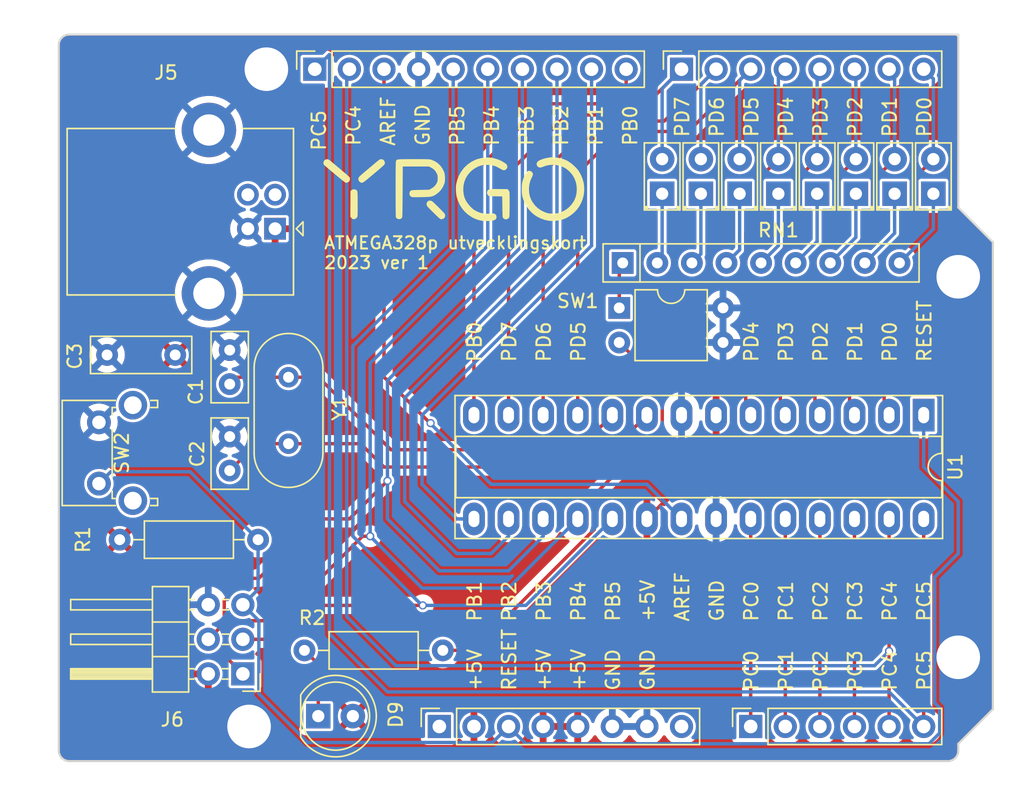
<source format=kicad_pcb>
(kicad_pcb (version 20221018) (generator pcbnew)
  (title_block (date "mar. 31 mars 2015"))
  (layers (0 "F.Cu" signal) (31 "B.Cu" signal) (34 "B.Paste" user) (35 "F.Paste" user) (36 "B.SilkS" user "B.Silkscreen") (37 "F.SilkS" user "F.Silkscreen") (38 "B.Mask" user) (39 "F.Mask" user) (44 "Edge.Cuts" user))
  (net 0 "")
  (net 1 "GND")
  (net 3 "+5V")
  (net 4 "Net-(U1-XTAL2{slash}PB7)")
  (net 5 "Net-(U1-XTAL1{slash}PB6)")
  (net 6 "PC5")
  (net 7 "PC4")
  (net 8 "AREF")
  (net 9 "SCK")
  (net 10 "MISO")
  (net 11 "MOSI")
  (net 12 "PB2")
  (net 13 "PB1")
  (net 14 "PB0")
  (net 15 "PC0")
  (net 16 "PC1")
  (net 17 "PC2")
  (net 18 "PC3")
  (net 19 "PD7")
  (net 20 "PD6")
  (net 21 "PD5")
  (net 22 "PD4")
  (net 23 "PD3")
  (net 24 "PD2")
  (net 25 "PD1")
  (net 26 "PD0")
  (net 29 "Reset")
  (net 31 "Net-(D1-K)")
  (net 32 "Net-(D2-K)")
  (net 33 "Net-(D3-K)")
  (net 34 "Net-(D4-K)")
  (net 35 "Net-(D5-K)")
  (net 36 "Net-(D6-K)")
  (net 37 "Net-(D7-K)")
  (net 38 "Net-(D8-K)")
  (net 39 "Net-(D9-K)")
  (net 40 "Net-(R2-Pad1)")
  (net 41 "Net-(RN1-common)")
  (footprint "Connector_PinSocket_2.54mm:PinSocket_1x08_P2.54mm_Vertical" (layer "F.Cu") (at 127.94 97.46 90)
    (fp_text reference "J1" hide)
    (fp_text value "Power")
    (pad "1" thru_hole rect locked (at 0 0 90) (size 1.7 1.7) (drill 1) (layers "*.Cu" "*.Mask"))
    (pad "2" thru_hole oval locked (at 0 2.54 90) (size 1.7 1.7) (drill 1) (layers "*.Cu" "*.Mask") (net 3 "+5V"))
    (pad "3" thru_hole oval locked (at 0 5.08 90) (size 1.7 1.7) (drill 1) (layers "*.Cu" "*.Mask") (net 29 "Reset"))
    (pad "4" thru_hole oval locked (at 0 7.62 90) (size 1.7 1.7) (drill 1) (layers "*.Cu" "*.Mask") (net 3 "+5V"))
    (pad "5" thru_hole oval locked (at 0 10.16 90) (size 1.7 1.7) (drill 1) (layers "*.Cu" "*.Mask") (net 3 "+5V"))
    (pad "6" thru_hole oval locked (at 0 12.7 90) (size 1.7 1.7) (drill 1) (layers "*.Cu" "*.Mask") (net 1 "GND"))
    (pad "7" thru_hole oval locked (at 0 15.24 90) (size 1.7 1.7) (drill 1) (layers "*.Cu" "*.Mask") (net 1 "GND"))
    (pad "8" thru_hole oval locked (at 0 17.78 90) (size 1.7 1.7) (drill 1) (layers "*.Cu" "*.Mask"))
  )
  (footprint "Connector_PinSocket_2.54mm:PinSocket_1x06_P2.54mm_Vertical" (layer "F.Cu") (at 150.8 97.46 90)
    (fp_text reference "J3" hide)
    (fp_text value "Analog")
    (pad "1" thru_hole rect locked (at 0 0 90) (size 1.7 1.7) (drill 1) (layers "*.Cu" "*.Mask") (net 15 "PC0"))
    (pad "2" thru_hole oval locked (at 0 2.54 90) (size 1.7 1.7) (drill 1) (layers "*.Cu" "*.Mask") (net 16 "PC1"))
    (pad "3" thru_hole oval locked (at 0 5.08 90) (size 1.7 1.7) (drill 1) (layers "*.Cu" "*.Mask") (net 17 "PC2"))
    (pad "4" thru_hole oval locked (at 0 7.62 90) (size 1.7 1.7) (drill 1) (layers "*.Cu" "*.Mask") (net 18 "PC3"))
    (pad "5" thru_hole oval locked (at 0 10.16 90) (size 1.7 1.7) (drill 1) (layers "*.Cu" "*.Mask") (net 7 "PC4"))
    (pad "6" thru_hole oval locked (at 0 12.7 90) (size 1.7 1.7) (drill 1) (layers "*.Cu" "*.Mask") (net 6 "PC5"))
  )
  (footprint "Connector_PinSocket_2.54mm:PinSocket_1x10_P2.54mm_Vertical" (layer "F.Cu") (at 118.796 49.2 90)
    (fp_text reference "J2" hide)
    (fp_text value "Digital/PWM")
    (pad "1" thru_hole rect locked (at 0 0 90) (size 1.7 1.7) (drill 1) (layers "*.Cu" "*.Mask") (net 6 "PC5"))
    (pad "2" thru_hole oval locked (at 0 2.54 90) (size 1.7 1.7) (drill 1) (layers "*.Cu" "*.Mask") (net 7 "PC4"))
    (pad "3" thru_hole oval locked (at 0 5.08 90) (size 1.7 1.7) (drill 1) (layers "*.Cu" "*.Mask") (net 8 "AREF"))
    (pad "4" thru_hole oval locked (at 0 7.62 90) (size 1.7 1.7) (drill 1) (layers "*.Cu" "*.Mask") (net 1 "GND"))
    (pad "5" thru_hole oval locked (at 0 10.16 90) (size 1.7 1.7) (drill 1) (layers "*.Cu" "*.Mask") (net 9 "SCK"))
    (pad "6" thru_hole oval locked (at 0 12.7 90) (size 1.7 1.7) (drill 1) (layers "*.Cu" "*.Mask") (net 10 "MISO"))
    (pad "7" thru_hole oval locked (at 0 15.24 90) (size 1.7 1.7) (drill 1) (layers "*.Cu" "*.Mask") (net 11 "MOSI"))
    (pad "8" thru_hole oval locked (at 0 17.78 90) (size 1.7 1.7) (drill 1) (layers "*.Cu" "*.Mask") (net 12 "PB2"))
    (pad "9" thru_hole oval locked (at 0 20.32 90) (size 1.7 1.7) (drill 1) (layers "*.Cu" "*.Mask") (net 13 "PB1"))
    (pad "10" thru_hole oval locked (at 0 22.86 90) (size 1.7 1.7) (drill 1) (layers "*.Cu" "*.Mask") (net 14 "PB0"))
  )
  (footprint "Connector_PinSocket_2.54mm:PinSocket_1x08_P2.54mm_Vertical" (layer "F.Cu") (at 145.72 49.2 90)
    (fp_text reference "J4" hide)
    (fp_text value "Digital/PWM")
    (pad "1" thru_hole rect locked (at 0 0 90) (size 1.7 1.7) (drill 1) (layers "*.Cu" "*.Mask") (net 19 "PD7"))
    (pad "2" thru_hole oval locked (at 0 2.54 90) (size 1.7 1.7) (drill 1) (layers "*.Cu" "*.Mask") (net 20 "PD6"))
    (pad "3" thru_hole oval locked (at 0 5.08 90) (size 1.7 1.7) (drill 1) (layers "*.Cu" "*.Mask") (net 21 "PD5"))
    (pad "4" thru_hole oval locked (at 0 7.62 90) (size 1.7 1.7) (drill 1) (layers "*.Cu" "*.Mask") (net 22 "PD4"))
    (pad "5" thru_hole oval locked (at 0 10.16 90) (size 1.7 1.7) (drill 1) (layers "*.Cu" "*.Mask") (net 23 "PD3"))
    (pad "6" thru_hole oval locked (at 0 12.7 90) (size 1.7 1.7) (drill 1) (layers "*.Cu" "*.Mask") (net 24 "PD2"))
    (pad "7" thru_hole oval locked (at 0 15.24 90) (size 1.7 1.7) (drill 1) (layers "*.Cu" "*.Mask") (net 25 "PD1"))
    (pad "8" thru_hole oval locked (at 0 17.78 90) (size 1.7 1.7) (drill 1) (layers "*.Cu" "*.Mask") (net 26 "PD0"))
  )
  (footprint "Library:DIP-28_W7.62mm_Socket_LongPads ovala hål" (layer "F.Cu") (at 163.5 74.6 -90)
    (fp_text reference "U1" (at 3.81 -2.33 -90) (layer "F.SilkS"))
    (fp_text value "ATmega328P-P")
    (pad "1" thru_hole rect (at 0 0 270) (size 2.4 1.6) (drill oval 1.2 0.8) (layers "*.Cu" "*.Mask") (net 29 "Reset"))
    (pad "2" thru_hole oval (at 0 2.54 270) (size 2.4 1.6) (drill oval 1.2 0.8) (layers "*.Cu" "*.Mask") (net 26 "PD0"))
    (pad "3" thru_hole oval (at 0 5.08 270) (size 2.4 1.6) (drill oval 1.2 0.8) (layers "*.Cu" "*.Mask") (net 25 "PD1"))
    (pad "4" thru_hole oval (at 0 7.62 270) (size 2.4 1.6) (drill oval 1.2 0.8) (layers "*.Cu" "*.Mask") (net 24 "PD2"))
    (pad "5" thru_hole oval (at 0 10.16 270) (size 2.4 1.6) (drill oval 1.2 0.8) (layers "*.Cu" "*.Mask") (net 23 "PD3"))
    (pad "6" thru_hole oval (at 0 12.7 270) (size 2.4 1.6) (drill oval 1.2 0.8) (layers "*.Cu" "*.Mask") (net 22 "PD4"))
    (pad "7" thru_hole oval (at 0 15.24 270) (size 2.4 1.6) (drill oval 1.2 0.8) (layers "*.Cu" "*.Mask") (net 3 "+5V"))
    (pad "8" thru_hole oval (at 0 17.78 270) (size 2.4 1.6) (drill oval 1.2 0.8) (layers "*.Cu" "*.Mask") (net 1 "GND"))
    (pad "9" thru_hole oval (at 0 20.32 270) (size 2.4 1.6) (drill oval 1.2 0.8) (layers "*.Cu" "*.Mask") (net 5 "Net-(U1-XTAL1{slash}PB6)"))
    (pad "10" thru_hole oval (at 0 22.86 270) (size 2.4 1.6) (drill oval 1.2 0.8) (layers "*.Cu" "*.Mask") (net 4 "Net-(U1-XTAL2{slash}PB7)"))
    (pad "11" thru_hole oval (at 0 25.4 270) (size 2.4 1.6) (drill oval 1.2 0.8) (layers "*.Cu" "*.Mask") (net 21 "PD5"))
    (pad "12" thru_hole oval (at 0 27.94 270) (size 2.4 1.6) (drill oval 1.2 0.8) (layers "*.Cu" "*.Mask") (net 20 "PD6"))
    (pad "13" thru_hole oval (at 0 30.48 270) (size 2.4 1.6) (drill oval 1.2 0.8) (layers "*.Cu" "*.Mask") (net 19 "PD7"))
    (pad "14" thru_hole oval (at 0 33.02 270) (size 2.4 1.6) (drill oval 1.2 0.8) (layers "*.Cu" "*.Mask") (net 14 "PB0"))
    (pad "15" thru_hole oval (at 7.62 33.02 270) (size 2.4 1.6) (drill oval 1.2 0.8) (layers "*.Cu" "*.Mask") (net 13 "PB1"))
    (pad "16" thru_hole oval (at 7.62 30.48 270) (size 2.4 1.6) (drill oval 1.2 0.8) (layers "*.Cu" "*.Mask") (net 12 "PB2"))
    (pad "17" thru_hole oval (at 7.62 27.94 270) (size 2.4 1.6) (drill oval 1.2 0.8) (layers "*.Cu" "*.Mask") (net 11 "MOSI"))
    (pad "18" thru_hole oval (at 7.62 25.4 270) (size 2.4 1.6) (drill oval 1.2 0.8) (layers "*.Cu" "*.Mask") (net 10 "MISO"))
    (pad "19" thru_hole oval (at 7.62 22.86 270) (size 2.4 1.6) (drill oval 1.2 0.8) (layers "*.Cu" "*.Mask") (net 9 "SCK"))
    (pad "20" thru_hole oval (at 7.62 20.32 270) (size 2.4 1.6) (drill oval 1.2 0.8) (layers "*.Cu" "*.Mask") (net 3 "+5V"))
    (pad "21" thru_hole oval (at 7.62 17.78 270) (size 2.4 1.6) (drill oval 1.2 0.8) (layers "*.Cu" "*.Mask") (net 8 "AREF"))
    (pad "22" thru_hole oval (at 7.62 15.24 270) (size 2.4 1.6) (drill oval 1.2 0.8) (layers "*.Cu" "*.Mask") (net 1 "GND"))
    (pad "23" thru_hole oval (at 7.62 12.7 270) (size 2.4 1.6) (drill oval 1.2 0.8) (layers "*.Cu" "*.Mask") (net 15 "PC0"))
    (pad "24" thru_hole oval (at 7.62 10.16 270) (size 2.4 1.6) (drill oval 1.2 0.8) (layers "*.Cu" "*.Mask") (net 16 "PC1"))
    (pad "25" thru_hole oval (at 7.62 7.62 270) (size 2.4 1.6) (drill oval 1.2 0.8) (layers "*.Cu" "*.Mask") (net 17 "PC2"))
    (pad "26" thru_hole oval (at 7.62 5.08 270) (size 2.4 1.6) (drill oval 1.2 0.8) (layers "*.Cu" "*.Mask") (net 18 "PC3"))
    (pad "27" thru_hole oval (at 7.62 2.54 270) (size 2.4 1.6) (drill oval 1.2 0.8) (layers "*.Cu" "*.Mask") (net 7 "PC4"))
    (pad "28" thru_hole oval (at 7.62 0 270) (size 2.4 1.6) (drill oval 1.2 0.8) (layers "*.Cu" "*.Mask") (net 6 "PC5"))
  )
  (footprint "Library:yrgo" (layer "F.Cu") (at 128.9052 58.0392)
    (fp_text reference "G***" hide)
    (fp_text value "LOGO" hide)
  )
  (footprint "Connector_PinHeader_2.54mm:PinHeader_2x03_P2.54mm_Horizontal" (layer "F.Cu") (at 113.5128 93.5992 180)
    (fp_text reference "J6" (at 5.1816 -3.3528) (layer "F.SilkS"))
    (fp_text value "ISP header")
    (pad "1" thru_hole rect (at 0 0 180) (size 1.7 1.7) (drill 1) (layers "*.Cu" "*.Mask") (net 10 "MISO"))
    (pad "2" thru_hole oval (at 2.54 0 180) (size 1.7 1.7) (drill 1) (layers "*.Cu" "*.Mask") (net 3 "+5V"))
    (pad "3" thru_hole oval (at 0 2.54 180) (size 1.7 1.7) (drill 1) (layers "*.Cu" "*.Mask") (net 9 "SCK"))
    (pad "4" thru_hole oval (at 2.54 2.54 180) (size 1.7 1.7) (drill 1) (layers "*.Cu" "*.Mask") (net 11 "MOSI"))
    (pad "5" thru_hole oval (at 0 5.08 180) (size 1.7 1.7) (drill 1) (layers "*.Cu" "*.Mask") (net 29 "Reset"))
    (pad "6" thru_hole oval (at 2.54 5.08 180) (size 1.7 1.7) (drill 1) (layers "*.Cu" "*.Mask") (net 1 "GND"))
  )
  (footprint "Library:LED_D2.0mm_W4.8mm_H2.5mm_FlatTop ändrad" (layer "F.Cu") (at 147.1424 58.344 90)
    (fp_text reference "D7" hide)
    (fp_text value "LED" hide)
    (pad "1" thru_hole rect (at 0 0 90) (size 1.8 1.8) (drill 0.9) (layers "*.Cu" "*.Mask") (net 37 "Net-(D7-K)"))
    (pad "2" thru_hole circle (at 2.54 0 90) (size 1.8 1.8) (drill 0.9) (layers "*.Cu" "*.Mask") (net 20 "PD6"))
  )
  (footprint "LED_THT:LED_D5.0mm" (layer "F.Cu") (at 119.05 96.698)
    (fp_text reference "D9" (at 5.6896 -0.1016 90) (layer "F.SilkS"))
    (fp_text value "POWER")
    (pad "1" thru_hole rect (at 0 0) (size 1.8 1.8) (drill 0.9) (layers "*.Cu" "*.Mask") (net 39 "Net-(D9-K)"))
    (pad "2" thru_hole circle (at 2.54 0) (size 1.8 1.8) (drill 0.9) (layers "*.Cu" "*.Mask") (net 3 "+5V"))
  )
  (footprint "Library:LED_D2.0mm_W4.8mm_H2.5mm_FlatTop ändrad" (layer "F.Cu") (at 161.3664 58.344 90)
    (fp_text reference "D2" hide)
    (fp_text value "LED" hide)
    (pad "1" thru_hole rect (at 0 0 90) (size 1.8 1.8) (drill 0.9) (layers "*.Cu" "*.Mask") (net 32 "Net-(D2-K)"))
    (pad "2" thru_hole circle (at 2.54 0 90) (size 1.8 1.8) (drill 0.9) (layers "*.Cu" "*.Mask") (net 25 "PD1"))
  )
  (footprint "Package_DIP:DIP-4_W7.62mm" (layer "F.Cu") (at 141.148 66.726)
    (fp_text reference "SW1" (at -3.048 -0.508) (layer "F.SilkS"))
    (fp_text value "SW_DIP_x02")
    (pad "1" thru_hole rect (at 0 0) (size 1.6 1.6) (drill 0.8) (layers "*.Cu" "*.Mask") (net 41 "Net-(RN1-common)"))
    (pad "2" thru_hole oval (at 0 2.54) (size 1.6 1.6) (drill 0.8) (layers "*.Cu" "*.Mask") (net 40 "Net-(R2-Pad1)"))
    (pad "3" thru_hole oval (at 7.62 2.54) (size 1.6 1.6) (drill 0.8) (layers "*.Cu" "*.Mask") (net 1 "GND"))
    (pad "4" thru_hole oval (at 7.62 0) (size 1.6 1.6) (drill 0.8) (layers "*.Cu" "*.Mask") (net 1 "GND"))
  )
  (footprint "Library:LED_D2.0mm_W4.8mm_H2.5mm_FlatTop ändrad" (layer "F.Cu") (at 164.2112 58.344 90)
    (fp_text reference "D1" hide)
    (fp_text value "LED" hide)
    (pad "1" thru_hole rect (at 0 0 90) (size 1.8 1.8) (drill 0.9) (layers "*.Cu" "*.Mask") (net 31 "Net-(D1-K)"))
    (pad "2" thru_hole circle (at 2.54 0 90) (size 1.8 1.8) (drill 0.9) (layers "*.Cu" "*.Mask") (net 26 "PD0"))
  )
  (footprint "Resistor_THT:R_Array_SIP9" (layer "F.Cu") (at 141.402 63.424)
    (fp_text reference "RN1" (at 11.43 -2.4) (layer "F.SilkS"))
    (fp_text value "R_Network08")
    (pad "1" thru_hole rect (at 0 0) (size 1.6 1.6) (drill 0.8) (layers "*.Cu" "*.Mask") (net 41 "Net-(RN1-common)"))
    (pad "2" thru_hole oval (at 2.54 0) (size 1.6 1.6) (drill 0.8) (layers "*.Cu" "*.Mask") (net 38 "Net-(D8-K)"))
    (pad "3" thru_hole oval (at 5.08 0) (size 1.6 1.6) (drill 0.8) (layers "*.Cu" "*.Mask") (net 37 "Net-(D7-K)"))
    (pad "4" thru_hole oval (at 7.62 0) (size 1.6 1.6) (drill 0.8) (layers "*.Cu" "*.Mask") (net 36 "Net-(D6-K)"))
    (pad "5" thru_hole oval (at 10.16 0) (size 1.6 1.6) (drill 0.8) (layers "*.Cu" "*.Mask") (net 35 "Net-(D5-K)"))
    (pad "6" thru_hole oval (at 12.7 0) (size 1.6 1.6) (drill 0.8) (layers "*.Cu" "*.Mask") (net 34 "Net-(D4-K)"))
    (pad "7" thru_hole oval (at 15.24 0) (size 1.6 1.6) (drill 0.8) (layers "*.Cu" "*.Mask") (net 33 "Net-(D3-K)"))
    (pad "8" thru_hole oval (at 17.78 0) (size 1.6 1.6) (drill 0.8) (layers "*.Cu" "*.Mask") (net 32 "Net-(D2-K)"))
    (pad "9" thru_hole oval (at 20.32 0) (size 1.6 1.6) (drill 0.8) (layers "*.Cu" "*.Mask") (net 31 "Net-(D1-K)"))
  )
  (footprint "Library:LED_D2.0mm_W4.8mm_H2.5mm_FlatTop ändrad" (layer "F.Cu") (at 155.6768 58.344 90)
    (fp_text reference "D4" hide)
    (fp_text value "LED" hide)
    (pad "1" thru_hole rect (at 0 0 90) (size 1.8 1.8) (drill 0.9) (layers "*.Cu" "*.Mask") (net 34 "Net-(D4-K)"))
    (pad "2" thru_hole circle (at 2.54 0 90) (size 1.8 1.8) (drill 0.9) (layers "*.Cu" "*.Mask") (net 23 "PD3"))
  )
  (footprint "Arduino_MountingHole:MountingHole_3.2mm" (layer "F.Cu") (at 115.24 49.2)
    (fp_text reference "MH1" hide)
    (fp_text value "MountingHole_3.2mm" hide)
    (pad "" np_thru_hole circle locked (at 0 0) (size 3.2 3.2) (drill 3.2) (layers "*.Cu" "*.Mask"))
  )
  (footprint "Capacitor_THT:C_Disc_D5.0mm_W2.5mm_P2.50mm" (layer "F.Cu") (at 112.5476 78.6748 90)
    (fp_text reference "C2" (at 1.2192 -2.3876 90) (layer "F.SilkS"))
    (fp_text value "22pF")
    (pad "1" thru_hole circle (at 0 0 90) (size 1.6 1.6) (drill 0.8) (layers "*.Cu" "*.Mask") (net 5 "Net-(U1-XTAL1{slash}PB6)"))
    (pad "2" thru_hole circle (at 2.5 0 90) (size 1.6 1.6) (drill 0.8) (layers "*.Cu" "*.Mask") (net 1 "GND"))
  )
  (footprint "Capacitor_THT:C_Rect_L7.2mm_W2.5mm_P5.00mm_FKS2_FKP2_MKS2_MKP2" (layer "F.Cu") (at 103.5452 70.1804)
    (fp_text reference "C3" (at -2.3768 0.1016 90) (layer "F.SilkS"))
    (fp_text value "100nF")
    (pad "1" thru_hole circle (at 0 0) (size 1.6 1.6) (drill 0.8) (layers "*.Cu" "*.Mask") (net 1 "GND"))
    (pad "2" thru_hole circle (at 5 0) (size 1.6 1.6) (drill 0.8) (layers "*.Cu" "*.Mask") (net 3 "+5V"))
  )
  (footprint "Library:LED_D2.0mm_W4.8mm_H2.5mm_FlatTop ändrad" (layer "F.Cu") (at 144.2976 58.344 90)
    (fp_text reference "D8" hide)
    (fp_text value "LED" hide)
    (pad "1" thru_hole rect (at 0 0 90) (size 1.8 1.8) (drill 0.9) (layers "*.Cu" "*.Mask") (net 38 "Net-(D8-K)"))
    (pad "2" thru_hole circle (at 2.54 0 90) (size 1.8 1.8) (drill 0.9) (layers "*.Cu" "*.Mask") (net 19 "PD7"))
  )
  (footprint "Connector_USB:USB_B_Lumberg_2411_02_Horizontal" (layer "F.Cu") (at 115.8807 60.9148 180)
    (fp_text reference "J5" (at 8.0067 11.4608) (layer "F.SilkS"))
    (fp_text value "USB_B")
    (pad "1" thru_hole rect (at 0 0 270) (size 1.6 1.6) (drill 0.95) (layers "*.Cu" "*.Mask") (net 3 "+5V"))
    (pad "2" thru_hole circle (at 0 2.5 270) (size 1.6 1.6) (drill 0.95) (layers "*.Cu" "*.Mask"))
    (pad "3" thru_hole circle (at 2 2.5 270) (size 1.6 1.6) (drill 0.95) (layers "*.Cu" "*.Mask"))
    (pad "4" thru_hole circle (at 2 0 270) (size 1.6 1.6) (drill 0.95) (layers "*.Cu" "*.Mask") (net 1 "GND"))
    (pad "5" thru_hole circle (at 4.86 -4.75 270) (size 4 4) (drill 2.3) (layers "*.Cu" "*.Mask") (net 1 "GND"))
    (pad "5" thru_hole circle (at 4.86 7.25 270) (size 4 4) (drill 2.3) (layers "*.Cu" "*.Mask") (net 1 "GND"))
  )
  (footprint "Crystal:Crystal_HC49-U_Vertical" (layer "F.Cu") (at 116.8656 76.6968 90)
    (fp_text reference "Y1" (at 2.594 3.7592 90) (layer "F.SilkS"))
    (fp_text value "16Mhz")
    (pad "1" thru_hole circle (at 0 0 90) (size 1.5 1.5) (drill 0.8) (layers "*.Cu" "*.Mask") (net 5 "Net-(U1-XTAL1{slash}PB6)"))
    (pad "2" thru_hole circle (at 4.88 0 90) (size 1.5 1.5) (drill 0.8) (layers "*.Cu" "*.Mask") (net 4 "Net-(U1-XTAL2{slash}PB7)"))
  )
  (footprint "Resistor_THT:R_Axial_DIN0207_L6.3mm_D2.5mm_P10.16mm_Horizontal" (layer "F.Cu") (at 104.4704 83.744)
    (fp_text reference "R1" (at -2.6924 0 -90) (layer "F.SilkS"))
    (fp_text value "10k")
    (pad "1" thru_hole circle (at 0 0) (size 1.6 1.6) (drill 0.8) (layers "*.Cu" "*.Mask") (net 3 "+5V"))
    (pad "2" thru_hole oval (at 10.16 0) (size 1.6 1.6) (drill 0.8) (layers "*.Cu" "*.Mask") (net 29 "Reset"))
  )
  (footprint "Library:LED_D2.0mm_W4.8mm_H2.5mm_FlatTop ändrad" (layer "F.Cu") (at 152.832 58.344 90)
    (fp_text reference "D5" hide)
    (fp_text value "LED" hide)
    (pad "1" thru_hole rect (at 0 0 90) (size 1.8 1.8) (drill 0.9) (layers "*.Cu" "*.Mask") (net 35 "Net-(D5-K)"))
    (pad "2" thru_hole circle (at 2.54 0 90) (size 1.8 1.8) (drill 0.9) (layers "*.Cu" "*.Mask") (net 22 "PD4"))
  )
  (footprint "Library:LED_D2.0mm_W4.8mm_H2.5mm_FlatTop ändrad" (layer "F.Cu") (at 149.9872 58.344 90)
    (fp_text reference "D6" hide)
    (fp_text value "LED" hide)
    (pad "1" thru_hole rect (at 0 0 90) (size 1.8 1.8) (drill 0.9) (layers "*.Cu" "*.Mask") (net 36 "Net-(D6-K)"))
    (pad "2" thru_hole circle (at 2.54 0 90) (size 1.8 1.8) (drill 0.9) (layers "*.Cu" "*.Mask") (net 21 "PD5"))
  )
  (footprint "Arduino_MountingHole:MountingHole_3.2mm" (layer "F.Cu") (at 113.97 97.46)
    (fp_text reference "MH2" hide)
    (fp_text value "MountingHole_3.2mm" hide)
    (pad "" np_thru_hole circle locked (at 0 0) (size 3.2 3.2) (drill 3.2) (layers "*.Cu" "*.Mask"))
  )
  (footprint "Arduino_MountingHole:MountingHole_3.2mm" (layer "F.Cu") (at 166.04 64.44)
    (fp_text reference "MH3" hide)
    (fp_text value "MountingHole_3.2mm" hide)
    (pad "" np_thru_hole circle locked (at 0 0) (size 3.2 3.2) (drill 3.2) (layers "*.Cu" "*.Mask"))
  )
  (footprint "Library:LED_D2.0mm_W4.8mm_H2.5mm_FlatTop ändrad" (layer "F.Cu") (at 158.5216 58.344 90)
    (fp_text reference "D3" hide)
    (fp_text value "LED" hide)
    (pad "1" thru_hole rect (at 0 0 90) (size 1.8 1.8) (drill 0.9) (layers "*.Cu" "*.Mask") (net 33 "Net-(D3-K)"))
    (pad "2" thru_hole circle (at 2.54 0 90) (size 1.8 1.8) (drill 0.9) (layers "*.Cu" "*.Mask") (net 24 "PD2"))
  )
  (footprint "Arduino_MountingHole:MountingHole_3.2mm" (layer "F.Cu") (at 166.04 92.38)
    (fp_text reference "MH4" hide)
    (fp_text value "MountingHole_3.2mm" hide)
    (pad "" np_thru_hole circle locked (at 0 0) (size 3.2 3.2) (drill 3.2) (layers "*.Cu" "*.Mask"))
  )
  (footprint "Capacitor_THT:C_Disc_D5.0mm_W2.5mm_P2.50mm" (layer "F.Cu") (at 112.5476 72.3248 90)
    (fp_text reference "C1" (at -0.5588 -2.4892 90) (layer "F.SilkS"))
    (fp_text value "22pF")
    (pad "1" thru_hole circle (at 0 0 90) (size 1.6 1.6) (drill 0.8) (layers "*.Cu" "*.Mask") (net 4 "Net-(U1-XTAL2{slash}PB7)"))
    (pad "2" thru_hole circle (at 2.5 0 90) (size 1.6 1.6) (drill 0.8) (layers "*.Cu" "*.Mask") (net 1 "GND"))
  )
  (footprint "Button_Switch_THT:SW_Tactile_SPST_Angled_PTS645Vx58-2LFS" (layer "F.Cu") (at 102.9464 79.6292 90)
    (fp_text reference "SW2" (at 2.25 1.68 90) (layer "F.SilkS"))
    (fp_text value "Reset switch")
    (pad "" thru_hole circle (at -1.25 2.49 90) (size 2.1 2.1) (drill 1.3) (layers "*.Cu" "*.Mask"))
    (pad "" thru_hole circle (at 5.76 2.49 90) (size 2.1 2.1) (drill 1.3) (layers "*.Cu" "*.Mask"))
    (pad "1" thru_hole circle (at 0 0 90) (size 1.75 1.75) (drill 0.99) (layers "*.Cu" "*.Mask") (net 29 "Reset"))
    (pad "2" thru_hole circle (at 4.5 0 90) (size 1.75 1.75) (drill 0.99) (layers "*.Cu" "*.Mask") (net 1 "GND"))
  )
  (footprint "Resistor_THT:R_Axial_DIN0207_L6.3mm_D2.5mm_P10.16mm_Horizontal" (layer "F.Cu") (at 128.194 91.872 180)
    (fp_text reference "R2" (at 9.6012 2.3876) (layer "F.SilkS"))
    (fp_text value "220")
    (pad "1" thru_hole circle (at 0 0 180) (size 1.6 1.6) (drill 0.8) (layers "*.Cu" "*.Mask") (net 40 "Net-(R2-Pad1)"))
    (pad "2" thru_hole oval (at 10.16 0 180) (size 1.6 1.6) (drill 0.8) (layers "*.Cu" "*.Mask") (net 39 "Net-(D9-K)"))
  )
  (gr_line (start 166.04 59.36) (end 168.58 61.9) (stroke (width 0.15)) (layer "Edge.Cuts"))
  (gr_line (start 100 99.238) (end 100 47.422) (stroke (width 0.15)) (layer "Edge.Cuts"))
  (gr_line (start 168.58 61.9) (end 168.58 96.19) (stroke (width 0.15)) (layer "Edge.Cuts"))
  (gr_line (start 165.278 100) (end 100.762 100) (stroke (width 0.15)) (layer "Edge.Cuts"))
  (gr_line (start 100.762 46.66) (end 166.04 46.66) (stroke (width 0.15)) (layer "Edge.Cuts"))
  (gr_arc (start 100.762 100) (mid 100.223185 99.776815) (end 100 99.238) (stroke (width 0.15)) (layer "Edge.Cuts"))
  (gr_line (start 168.58 96.19) (end 166.04 98.73) (stroke (width 0.15)) (layer "Edge.Cuts"))
  (gr_arc (start 166.04 99.238) (mid 165.816815 99.776815) (end 165.278 100) (stroke (width 0.15)) (layer "Edge.Cuts"))
  (gr_line (start 166.04 46.66) (end 166.04 59.36) (stroke (width 0.15)) (layer "Edge.Cuts"))
  (gr_line (start 166.04 98.73) (end 166.04 99.238) (stroke (width 0.15)) (layer "Edge.Cuts"))
  (gr_arc (start 100 47.422) (mid 100.223185 46.883185) (end 100.762 46.66) (stroke (width 0.15)) (layer "Edge.Cuts"))
  (gr_text "PC0" (at 151.435 94.92 90) (layer "F.SilkS") (effects (font (size 1 1)) (justify left bottom)))
  (gr_text "PC1" (at 153.975 94.92 90) (layer "F.SilkS") (effects (font (size 1 1)) (justify left bottom)))
  (gr_text "AREF" (at 146.355 89.84 90) (layer "F.SilkS") (effects (font (size 1 1)) (justify left bottom)))
  (gr_text "+5V" (at 138.735 94.92 90) (layer "F.SilkS") (effects (font (size 1 1)) (justify left bottom)))
  (gr_text "PC5" (at 164.135 94.92 90) (layer "F.SilkS") (effects (font (size 1 1)) (justify left bottom)))
  (gr_text "PD6" (at 136.195 70.79 90) (layer "F.SilkS") (effects (font (size 1 1)) (justify left bottom)))
  (gr_text "PB3" (at 134.925 54.915 90) (layer "F.SilkS") (effects (font (size 1 1)) (justify left bottom)))
  (gr_text "PD7" (at 133.655 70.79 90) (layer "F.SilkS") (effects (font (size 1 1)) (justify left bottom)))
  (gr_text "PC5" (at 164.135 89.84 90) (layer "F.SilkS") (effects (font (size 1 1)) (justify left bottom)))
  (gr_text "PC3" (at 159.055 94.92 90) (layer "F.SilkS") (effects (font (size 1 1)) (justify left bottom)))
  (gr_text "PC5" (at 119.685 55.2706 90) (layer "F.SilkS") (effects (font (size 1 1)) (justify left bottom)))
  (gr_text "PB2" (at 133.655 89.84 90) (layer "F.SilkS") (effects (font (size 1 1)) (justify left bottom)))
  (gr_text "PB3" (at 136.195 89.84 90) (layer "F.SilkS") (effects (font (size 1 1)) (justify left bottom)))
  (gr_text "PD3" (at 156.515 54.28 90) (layer "F.SilkS") (effects (font (size 1 1)) (justify left bottom)))
  (gr_text "PD3" (at 153.975 70.79 90) (layer "F.SilkS") (effects (font (size 1 1)) (justify left bottom)))
  (gr_text "PB5" (at 141.275 89.84 90) (layer "F.SilkS") (effects (font (size 1 1)) (justify left bottom)))
  (gr_text "PB5" (at 129.845 54.915 90) (layer "F.SilkS") (effects (font (size 1 1)) (justify left bottom)))
  (gr_text "+5V" (at 131.115 94.92 90) (layer "F.SilkS") (effects (font (size 1 1)) (justify left bottom)))
  (gr_text "PD1" (at 159.055 70.79 90) (layer "F.SilkS") (effects (font (size 1 1)) (justify left bottom)))
  (gr_text "PD5" (at 138.735 70.79 90) (layer "F.SilkS") (effects (font (size 1 1)) (justify left bottom)))
  (gr_text "PD7" (at 146.355 54.28 90) (layer "F.SilkS") (effects (font (size 1 1)) (justify left bottom)))
  (gr_text "ATMEGA328p utvecklingskort\n2023 ver 1" (at 119.4056 63.932) (layer "F.SilkS") (effects (font (size 0.9 0.9)) (justify left bottom)))
  (gr_text "AREF" (at 124.765 54.915 90) (layer "F.SilkS") (effects (font (size 1 1)) (justify left bottom)))
  (gr_text "PB1" (at 140.005 54.915 90) (layer "F.SilkS") (effects (font (size 1 1)) (justify left bottom)))
  (gr_text "GND" (at 141.275 94.92 90) (layer "F.SilkS") (effects (font (size 1 1)) (justify left bottom)))
  (gr_text "PD5" (at 151.435 54.28 90) (layer "F.SilkS") (effects (font (size 1 1)) (justify left bottom)))
  (gr_text "PC4" (at 161.595 94.92 90) (layer "F.SilkS") (effects (font (size 1 1)) (justify left bottom)))
  (gr_text "PB1" (at 131.115 89.84 90) (layer "F.SilkS") (effects (font (size 1 1)) (justify left bottom)))
  (gr_text "GND" (at 127.305 54.915 90) (layer "F.SilkS") (effects (font (size 1 1)) (justify left bottom)))
  (gr_text "+5V" (at 143.815 89.84 90) (layer "F.SilkS") (effects (font (size 1 1)) (justify left bottom)))
  (gr_text "PC2" (at 156.515 89.84 90) (layer "F.SilkS") (effects (font (size 1 1)) (justify left bottom)))
  (gr_text "PB4" (at 132.385 54.915 90) (layer "F.SilkS") (effects (font (size 1 1)) (justify left bottom)))
  (gr_text "PC2" (at 156.515 94.92 90) (layer "F.SilkS") (effects (font (size 1 1)) (justify left bottom)))
  (gr_text "PD4" (at 151.435 70.79 90) (layer "F.SilkS") (effects (font (size 1 1)) (justify left bottom)))
  (gr_text "PB0" (at 131.115 70.79 90) (layer "F.SilkS") (effects (font (size 1 1)) (justify left bottom)))
  (gr_text "PD0" (at 164.135 54.28 90) (layer "F.SilkS") (effects (font (size 1 1)) (justify left bottom)))
  (gr_text "PD6" (at 148.895 54.28 90) (layer "F.SilkS") (effects (font (size 1 1)) (justify left bottom)))
  (gr_text "+5V" (at 136.195 94.92 90) (layer "F.SilkS") (effects (font (size 1 1)) (justify left bottom)))
  (gr_text "PC1" (at 153.975 89.84 90) (layer "F.SilkS") (effects (font (size 1 1)) (justify left bottom)))
  (gr_text "PC3" (at 159.055 89.84 90) (layer "F.SilkS") (effects (font (size 1 1)) (justify left bottom)))
  (gr_text "PB0" (at 142.545 54.915 90) (layer "F.SilkS") (effects (font (size 1 1)) (justify left bottom)))
  (gr_text "PC4" (at 161.595 89.84 90) (layer "F.SilkS") (effects (font (size 1 1)) (justify left bottom)))
  (gr_text "PB4" (at 138.735 89.84 90) (layer "F.SilkS") (effects (font (size 1 1)) (justify left bottom)))
  (gr_text "PD0" (at 161.595 70.79 90) (layer "F.SilkS") (effects (font (size 1 1)) (justify left bottom)))
  (gr_text "PD4" (at 153.975 54.28 90) (layer "F.SilkS") (effects (font (size 1 1)) (justify left bottom)))
  (gr_text "PD2" (at 156.515 70.79 90) (layer "F.SilkS") (effects (font (size 1 1)) (justify left bottom)))
  (gr_text "RESET" (at 133.655 94.92 90) (layer "F.SilkS") (effects (font (size 1 1)) (justify left bottom)))
  (gr_text "PC4" (at 122.225 54.915 90) (layer "F.SilkS") (effects (font (size 1 1)) (justify left bottom)))
  (gr_text "PC0" (at 151.435 89.84 90) (layer "F.SilkS") (effects (font (size 1 1)) (justify left bottom)))
  (gr_text "RESET" (at 164.135 70.79 90) (layer "F.SilkS") (effects (font (size 1 1)) (justify left bottom)))
  (gr_text "PD1" (at 161.595 54.28 90) (layer "F.SilkS") (effects (font (size 1 1)) (justify left bottom)))
  (gr_text "PD2" (at 159.055 54.28 90) (layer "F.SilkS") (effects (font (size 1 1)) (justify left bottom)))
  (gr_text "GND" (at 143.815 94.92 90) (layer "F.SilkS") (effects (font (size 1 1)) (justify left bottom)))
  (gr_text "GND" (at 148.895 89.84 90) (layer "F.SilkS") (effects (font (size 1 1)) (justify left bottom)))
  (gr_text "PB2" (at 137.465 54.915 90) (layer "F.SilkS") (effects (font (size 1 1)) (justify left bottom)))
  (segment (start 143.18 97.46) (end 140.64 97.46) (width 0.25) (layer "B.Cu") (net 1))
  (segment (start 148.26 74.6) (end 148.26 77.14) (width 0.25) (layer "F.Cu") (net 3))
  (segment (start 148.26 77.14) (end 143.18 82.22) (width 0.25) (layer "F.Cu") (net 3))
  (segment (start 119.0608 71.8168) (end 124.384 77.14) (width 0.25) (layer "F.Cu") (net 4))
  (segment (start 116.8656 71.8168) (end 119.0608 71.8168) (width 0.25) (layer "F.Cu") (net 4))
  (segment (start 113.0556 71.8168) (end 112.5476 72.3248) (width 0.25) (layer "F.Cu") (net 4))
  (segment (start 116.8656 71.8168) (end 113.0556 71.8168) (width 0.25) (layer "F.Cu") (net 4))
  (segment (start 138.1 77.14) (end 140.64 74.6) (width 0.25) (layer "F.Cu") (net 4))
  (segment (start 124.384 77.14) (end 138.1 77.14) (width 0.25) (layer "F.Cu") (net 4))
  (segment (start 139.37 78.41) (end 143.18 74.6) (width 0.25) (layer "F.Cu") (net 5))
  (segment (start 116.8656 76.6968) (end 114.5256 76.6968) (width 0.25) (layer "F.Cu") (net 5))
  (segment (start 123.876 78.41) (end 139.37 78.41) (width 0.25) (layer "F.Cu") (net 5))
  (segment (start 114.5256 76.6968) (end 112.5476 78.6748) (width 0.25) (layer "F.Cu") (net 5))
  (segment (start 122.1628 76.6968) (end 123.876 78.41) (width 0.25) (layer "F.Cu") (net 5))
  (segment (start 116.8656 76.6968) (end 122.1628 76.6968) (width 0.25) (layer "F.Cu") (net 5))
  (segment (start 163.5 97.46) (end 163.5 82.22) (width 0.25) (layer "F.Cu") (net 6))
  (segment (start 118.796 49.2) (end 119.87 48.126) (width 0.25) (layer "B.Cu") (net 6))
  (segment (start 119.87 48.126) (end 119.87 90.66) (width 0.25) (layer "B.Cu") (net 6))
  (segment (start 163.5 97.46) (end 160.96 94.92) (width 0.25) (layer "B.Cu") (net 6))
  (segment (start 160.96 94.92) (end 124.13 94.92) (width 0.25) (layer "B.Cu") (net 6))
  (segment (start 119.87 90.66) (end 124.13 94.92) (width 0.25) (layer "B.Cu") (net 6))
  (segment (start 160.96 91.9228) (end 160.96 82.22) (width 0.25) (layer "F.Cu") (net 7))
  (segment (start 160.96 97.46) (end 160.96 91.9228) (width 0.25) (layer "F.Cu") (net 7))
  (via (at 160.96 91.9228) (size 0.6) (drill 0.4) (layers "F.Cu" "B.Cu") (net 7))
  (segment (start 121.14 89.39) (end 124.747 92.997) (width 0.25) (layer "B.Cu") (net 7))
  (segment (start 124.747 92.997) (end 159.8858 92.997) (width 0.25) (layer "B.Cu") (net 7))
  (segment (start 121.14 49.396) (end 121.14 89.39) (width 0.25) (layer "B.Cu") (net 7))
  (segment (start 159.8858 92.997) (end 160.96 91.9228) (width 0.25) (layer "B.Cu") (net 7))
  (segment (start 121.336 49.2) (end 121.14 49.396) (width 0.25) (layer "B.Cu") (net 7))
  (segment (start 127.2542 75.1842) (end 123.876 71.806) (width 0.25) (layer "F.Cu") (net 8))
  (segment (start 123.876 71.806) (end 123.876 49.2) (width 0.25) (layer "F.Cu") (net 8))
  (segment (start 127.2945 75.1842) (end 127.2542 75.1842) (width 0.25) (layer "F.Cu") (net 8))
  (via (at 127.2945 75.1842) (size 0.6) (drill 0.4) (layers "F.Cu" "B.Cu") (net 8))
  (segment (start 143.18 79.68) (end 145.72 82.22) (width 0.25) (layer "B.Cu") (net 8))
  (segment (start 127.2945 75.2245) (end 131.75 79.68) (width 0.25) (layer "B.Cu") (net 8))
  (segment (start 127.2945 75.1842) (end 127.2945 75.2245) (width 0.25) (layer "B.Cu") (net 8))
  (segment (start 131.75 79.68) (end 143.18 79.68) (width 0.25) (layer "B.Cu") (net 8))
  (segment (start 113.5128 91.0592) (end 115.5956 91.0592) (width 0.25) (layer "F.Cu") (net 9))
  (segment (start 118.0848 88.57) (end 126.7208 88.57) (width 0.25) (layer "F.Cu") (net 9))
  (segment (start 115.5956 91.0592) (end 118.0848 88.57) (width 0.25) (layer "F.Cu") (net 9))
  (via (at 126.7208 88.57) (size 0.6) (drill 0.4) (layers "F.Cu" "B.Cu") (net 9))
  (segment (start 126.67 88.57) (end 126.7208 88.57) (width 0.25) (layer "B.Cu") (net 9))
  (segment (start 128.956 49.2) (end 128.956 62.154) (width 0.25) (layer "B.Cu") (net 9))
  (segment (start 128.956 62.154) (end 121.59 69.52) (width 0.25) (layer "B.Cu") (net 9))
  (segment (start 121.59 69.52) (end 121.59 83.49) (width 0.25) (layer "B.Cu") (net 9))
  (segment (start 126.7208 88.57) (end 134.29 88.57) (width 0.25) (layer "B.Cu") (net 9))
  (segment (start 121.59 83.49) (end 126.67 88.57) (width 0.25) (layer "B.Cu") (net 9))
  (segment (start 134.29 88.57) (end 140.64 82.22) (width 0.25) (layer "B.Cu") (net 9))
  (segment (start 113.216099 89.6942) (end 116.097 89.6942) (width 0.25) (layer "F.Cu") (net 10))
  (segment (start 116.097 89.6942) (end 122.3012 83.49) (width 0.25) (layer "F.Cu") (net 10))
  (segment (start 112.1478 92.2342) (end 112.1478 90.762499) (width 0.25) (layer "F.Cu") (net 10))
  (segment (start 112.1478 90.762499) (end 113.216099 89.6942) (width 0.25) (layer "F.Cu") (net 10))
  (segment (start 113.5128 93.5992) (end 112.1478 92.2342) (width 0.25) (layer "F.Cu") (net 10))
  (segment (start 122.3012 83.49) (end 122.86 83.49) (width 0.25) (layer "F.Cu") (net 10))
  (via (at 122.86 83.49) (size 0.6) (drill 0.4) (layers "F.Cu" "B.Cu") (net 10))
  (segment (start 122.86 83.49) (end 126.67 87.3) (width 0.25) (layer "B.Cu") (net 10))
  (segment (start 122.86 70.79) (end 131.496 62.154) (width 0.25) (layer "B.Cu") (net 10))
  (segment (start 126.67 87.3) (end 133.02 87.3) (width 0.25) (layer "B.Cu") (net 10))
  (segment (start 131.496 62.154) (end 131.496 49.2) (width 0.25) (layer "B.Cu") (net 10))
  (segment (start 122.86 83.49) (end 122.86 70.79) (width 0.25) (layer "B.Cu") (net 10))
  (segment (start 133.02 87.3) (end 138.1 82.22) (width 0.25) (layer "B.Cu") (net 10))
  (segment (start 119.05 82.22) (end 114.6878 86.5822) (width 0.25) (layer "F.Cu") (net 11))
  (segment (start 121.336 82.22) (end 119.05 82.22) (width 0.25) (layer "F.Cu") (net 11))
  (segment (start 124.13 79.426) (end 121.336 82.22) (width 0.25) (layer "F.Cu") (net 11))
  (segment (start 114.6878 86.5822) (end 113.788099 86.5822) (width 0.25) (layer "F.Cu") (net 11))
  (segment (start 112.1478 88.222499) (end 112.1478 89.8842) (width 0.25) (layer "F.Cu") (net 11))
  (segment (start 113.788099 86.5822) (end 112.1478 88.222499) (width 0.25) (layer "F.Cu") (net 11))
  (segment (start 112.1478 89.8842) (end 110.9728 91.0592) (width 0.25) (layer "F.Cu") (net 11))
  (via (at 124.13 79.426) (size 0.6) (drill 0.4) (layers "F.Cu" "B.Cu") (net 11))
  (segment (start 134.036 62.154) (end 134.036 49.2) (width 0.25) (layer "B.Cu") (net 11))
  (segment (start 133.02 86.03) (end 135.56 83.49) (width 0.25) (layer "B.Cu") (net 11))
  (segment (start 135.56 83.49) (end 135.56 82.22) (width 0.25) (layer "B.Cu") (net 11))
  (segment (start 124.13 79.426) (end 124.13 82.22) (width 0.25) (layer "B.Cu") (net 11))
  (segment (start 127.94 86.03) (end 133.02 86.03) (width 0.25) (layer "B.Cu") (net 11))
  (segment (start 124.13 72.06) (end 134.036 62.154) (width 0.25) (layer "B.Cu") (net 11))
  (segment (start 124.13 79.426) (end 124.13 72.06) (width 0.25) (layer "B.Cu") (net 11))
  (segment (start 124.13 82.22) (end 127.94 86.03) (width 0.25) (layer "B.Cu") (net 11))
  (segment (start 136.576 62.154) (end 125.4 73.33) (width 0.25) (layer "B.Cu") (net 12))
  (segment (start 136.576 49.2) (end 136.576 62.154) (width 0.25) (layer "B.Cu") (net 12))
  (segment (start 125.4 73.33) (end 125.4 80.95) (width 0.25) (layer "B.Cu") (net 12))
  (segment (start 129.21 84.76) (end 131.75 84.76) (width 0.25) (layer "B.Cu") (net 12))
  (segment (start 133.02 83.49) (end 133.02 82.22) (width 0.25) (layer "B.Cu") (net 12))
  (segment (start 125.4 80.95) (end 129.21 84.76) (width 0.25) (layer "B.Cu") (net 12))
  (segment (start 131.75 84.76) (end 133.02 83.49) (width 0.25) (layer "B.Cu") (net 12))
  (segment (start 129.21 82.22) (end 130.48 82.22) (width 0.25) (layer "B.Cu") (net 13))
  (segment (start 126.67 79.68) (end 129.21 82.22) (width 0.25) (layer "B.Cu") (net 13))
  (segment (start 139.116 62.154) (end 126.67 74.6) (width 0.25) (layer "B.Cu") (net 13))
  (segment (start 126.67 74.6) (end 126.67 79.68) (width 0.25) (layer "B.Cu") (net 13))
  (segment (start 139.116 49.2) (end 139.116 62.154) (width 0.25) (layer "B.Cu") (net 13))
  (segment (start 140.64 51.74) (end 135.56 51.74) (width 0.25) (layer "F.Cu") (net 14))
  (segment (start 130.48 56.82) (end 130.48 74.6) (width 0.25) (layer "F.Cu") (net 14))
  (segment (start 141.656 49.2) (end 141.656 50.724) (width 0.25) (layer "F.Cu") (net 14))
  (segment (start 141.656 50.724) (end 140.64 51.74) (width 0.25) (layer "F.Cu") (net 14))
  (segment (start 135.56 51.74) (end 130.48 56.82) (width 0.25) (layer "F.Cu") (net 14))
  (segment (start 150.8 97.46) (end 150.8 82.22) (width 0.25) (layer "F.Cu") (net 15))
  (segment (start 153.34 97.46) (end 153.34 82.22) (width 0.25) (layer "F.Cu") (net 16))
  (segment (start 155.88 97.46) (end 155.88 82.22) (width 0.25) (layer "F.Cu") (net 17))
  (segment (start 158.42 97.46) (end 158.42 82.22) (width 0.25) (layer "F.Cu") (net 18))
  (segment (start 133.02 74.6) (end 133.02 56.82) (width 0.25) (layer "F.Cu") (net 19))
  (segment (start 137.28 52.56) (end 142.36 52.56) (width 0.25) (layer "F.Cu") (net 19))
  (segment (start 133.02 56.82) (end 137.28 52.56) (width 0.25) (layer "F.Cu") (net 19))
  (segment (start 142.36 52.56) (end 145.72 49.2) (width 0.25) (layer "F.Cu") (net 19))
  (segment (start 144.2976 55.804) (end 144.2976 50.6224) (width 0.25) (layer "B.Cu") (net 19))
  (segment (start 144.2976 50.6224) (end 145.72 49.2) (width 0.25) (layer "B.Cu") (net 19))
  (segment (start 139.624 54.28) (end 140.894 53.01) (width 0.25) (layer "F.Cu") (net 20))
  (segment (start 140.894 53.01) (end 144.45 53.01) (width 0.25) (layer "F.Cu") (net 20))
  (segment (start 138.1 54.28) (end 139.624 54.28) (width 0.25) (layer "F.Cu") (net 20))
  (segment (start 138.1 54.28) (end 135.56 56.82) (width 0.25) (layer "F.Cu") (net 20))
  (segment (start 135.56 56.82) (end 135.56 74.6) (width 0.25) (layer "F.Cu") (net 20))
  (segment (start 144.45 53.01) (end 148.26 49.2) (width 0.25) (layer "F.Cu") (net 20))
  (segment (start 147.1424 50.3176) (end 148.26 49.2) (width 0.25) (layer "B.Cu") (net 20))
  (segment (start 147.1424 55.804) (end 147.1424 50.3176) (width 0.25) (layer "B.Cu") (net 20))
  (segment (start 141.148 53.772) (end 146.228 53.772) (width 0.25) (layer "F.Cu") (net 21))
  (segment (start 146.228 53.772) (end 150.8 49.2) (width 0.25) (layer "F.Cu") (net 21))
  (segment (start 138.1 56.82) (end 141.148 53.772) (width 0.25) (layer "F.Cu") (net 21))
  (segment (start 138.1 74.6) (end 138.1 56.82) (width 0.25) (layer "F.Cu") (net 21))
  (segment (start 149.9872 55.804) (end 149.9872 50.0128) (width 0.25) (layer "B.Cu") (net 21))
  (segment (start 149.9872 50.0128) (end 150.8 49.2) (width 0.25) (layer "B.Cu") (net 21))
  (segment (start 151.353 57.283) (end 152.832 55.804) (width 0.25) (layer "F.Cu") (net 22))
  (segment (start 150.437 74.237) (end 150.437 61.202) (width 0.25) (layer "F.Cu") (net 22))
  (segment (start 150.8 74.6) (end 150.437 74.237) (width 0.25) (layer "F.Cu") (net 22))
  (segment (start 151.353 60.286) (end 151.353 57.283) (width 0.25) (layer "F.Cu") (net 22))
  (segment (start 150.437 61.202) (end 151.353 60.286) (width 0.25) (layer "F.Cu") (net 22))
  (segment (start 152.832 55.804) (end 152.832 49.708) (width 0.25) (layer "B.Cu") (net 22))
  (segment (start 152.977 62.771) (end 154.147 61.601) (width 0.25) (layer "F.Cu") (net 23))
  (segment (start 154.147 57.3338) (end 155.6768 55.804) (width 0.25) (layer "F.Cu") (net 23))
  (segment (start 152.977 74.237) (end 152.977 62.771) (width 0.25) (layer "F.Cu") (net 23))
  (segment (start 153.34 74.6) (end 152.977 74.237) (width 0.25) (layer "F.Cu") (net 23))
  (segment (start 154.147 61.601) (end 154.147 57.3338) (width 0.25) (layer "F.Cu") (net 23))
  (segment (start 155.6768 55.804) (end 155.6768 49.4032) (width 0.25) (layer "B.Cu") (net 23))
  (segment (start 155.88 74.6) (end 155.517 74.237) (width 0.25) (layer "F.Cu") (net 24))
  (segment (start 155.517 74.237) (end 155.517 62.771) (width 0.25) (layer "F.Cu") (net 24))
  (segment (start 156.941 57.3846) (end 158.5216 55.804) (width 0.25) (layer "F.Cu") (net 24))
  (segment (start 156.941 61.347) (end 156.941 57.3846) (width 0.25) (layer "F.Cu") (net 24))
  (segment (start 155.517 62.771) (end 156.941 61.347) (width 0.25) (layer "F.Cu") (net 24))
  (segment (start 158.5216 55.804) (end 158.5216 49.3016) (width 0.25) (layer "B.Cu") (net 24))
  (segment (start 158.057 62.958009) (end 159.7466 61.268409) (width 0.25) (layer "F.Cu") (net 25))
  (segment (start 159.7466 61.268409) (end 159.7466 57.4238) (width 0.25) (layer "F.Cu") (net 25))
  (segment (start 159.7466 57.4238) (end 161.3664 55.804) (width 0.25) (layer "F.Cu") (net 25))
  (segment (start 158.42 74.6) (end 158.057 74.237) (width 0.25) (layer "F.Cu") (net 25))
  (segment (start 158.42 74.6) (end 157.982 74.162) (width 0.4) (layer "F.Cu") (net 25))
  (segment (start 158.057 74.237) (end 158.057 62.958009) (width 0.25) (layer "F.Cu") (net 25))
  (segment (start 161.3664 49.6064) (end 160.96 49.2) (width 0.25) (layer "B.Cu") (net 25))
  (segment (start 161.3664 55.804) (end 161.3664 49.6064) (width 0.25) (layer "B.Cu") (net 25))
  (segment (start 160.597 62.771) (end 162.9862 60.3818) (width 0.25) (layer "F.Cu") (net 26))
  (segment (start 162.9862 60.3818) (end 162.9862 57.029) (width 0.25) (layer "F.Cu") (net 26))
  (segment (start 160.597 74.237) (end 160.597 62.771) (width 0.25) (layer "F.Cu") (net 26))
  (segment (start 160.96 74.6) (end 160.597 74.237) (width 0.25) (layer "F.Cu") (net 26))
  (segment (start 162.9862 57.029) (end 164.2112 55.804) (width 0.25) (layer "F.Cu") (net 26))
  (segment (start 164.2112 55.804) (end 164.2112 49.9112) (width 0.25) (layer "B.Cu") (net 26))
  (segment (start 164.2112 49.9112) (end 163.5 49.2) (width 0.25) (layer "B.Cu") (net 26))
  (segment (start 114.6304 83.744) (end 114.6304 87.4016) (width 0.25) (layer "B.Cu") (net 29))
  (segment (start 163.5 78.41) (end 166.04 80.95) (width 0.25) (layer "B.Cu") (net 29))
  (segment (start 114.6878 89.6942) (end 113.5128 88.5192) (width 0.25) (layer "B.Cu") (net 29))
  (segment (start 164.675 96.095) (end 164.675 97.946701) (width 0.25) (layer "B.Cu") (net 29))
  (segment (start 166.04 84.76) (end 164.315 86.485) (width 0.25) (layer "B.Cu") (net 29))
  (segment (start 164.315 95.735) (end 164.675 96.095) (width 0.25) (layer "B.Cu") (net 29))
  (segment (start 134.29 98.73) (end 133.02 97.46) (width 0.25) (layer "B.Cu") (net 29))
  (segment (start 118.27 98.635) (end 114.6878 95.0528) (width 0.25) (layer "B.Cu") (net 29))
  (segment (start 163.891701 98.73) (end 134.29 98.73) (width 0.25) (layer "B.Cu") (net 29))
  (segment (start 114.6304 87.4016) (end 113.5128 88.5192) (width 0.25) (layer "B.Cu") (net 29))
  (segment (start 166.04 80.95) (end 166.04 84.76) (width 0.25) (layer "B.Cu") (net 29))
  (segment (start 133.02 97.46) (end 131.845 98.635) (width 0.25) (layer "B.Cu") (net 29))
  (segment (start 103.821399 78.754201) (end 109.640601 78.754201) (width 0.25) (layer "B.Cu") (net 29))
  (segment (start 114.6878 95.0528) (end 114.6878 89.6942) (width 0.25) (layer "B.Cu") (net 29))
  (segment (start 131.845 98.635) (end 118.27 98.635) (width 0.25) (layer "B.Cu") (net 29))
  (segment (start 109.640601 78.754201) (end 114.6304 83.744) (width 0.25) (layer "B.Cu") (net 29))
  (segment (start 164.675 97.946701) (end 163.891701 98.73) (width 0.25) (layer "B.Cu") (net 29))
  (segment (start 164.315 86.485) (end 164.315 95.735) (width 0.25) (layer "B.Cu") (net 29))
  (segment (start 102.9464 79.6292) (end 103.821399 78.754201) (width 0.25) (layer "B.Cu") (net 29))
  (segment (start 163.5 78.41) (end 163.5 74.6) (width 0.25) (layer "B.Cu") (net 29))
  (segment (start 164.2112 58.344) (end 164.2112 60.9348) (width 0.25) (layer "B.Cu") (net 31))
  (segment (start 164.2112 60.9348) (end 161.722 63.424) (width 0.25) (layer "B.Cu") (net 31))
  (segment (start 161.3664 61.2396) (end 159.182 63.424) (width 0.25) (layer "B.Cu") (net 32))
  (segment (start 161.3664 58.344) (end 161.3664 61.2396) (width 0.25) (layer "B.Cu") (net 32))
  (segment (start 158.5216 58.344) (end 158.5216 61.5444) (width 0.25) (layer "B.Cu") (net 33))
  (segment (start 158.5216 61.5444) (end 156.642 63.424) (width 0.25) (layer "B.Cu") (net 33))
  (segment (start 155.6768 58.344) (end 155.6768 61.8492) (width 0.25) (layer "B.Cu") (net 34))
  (segment (start 155.6768 61.8492) (end 154.102 63.424) (width 0.25) (layer "B.Cu") (net 34))
  (segment (start 152.832 58.344) (end 152.832 62.154) (width 0.25) (layer "B.Cu") (net 35))
  (segment (start 152.832 62.154) (end 151.562 63.424) (width 0.25) (layer "B.Cu") (net 35))
  (segment (start 149.9872 58.344) (end 149.9872 62.4588) (width 0.25) (layer "B.Cu") (net 36))
  (segment (start 149.9872 62.4588) (end 149.022 63.424) (width 0.25) (layer "B.Cu") (net 36))
  (segment (start 147.1424 58.344) (end 147.1424 62.7636) (width 0.25) (layer "B.Cu") (net 37))
  (segment (start 147.1424 62.7636) (end 146.482 63.424) (width 0.25) (layer "B.Cu") (net 37))
  (segment (start 144.2976 58.344) (end 144.2976 63.0684) (width 0.25) (layer "B.Cu") (net 38))
  (segment (start 144.2976 63.0684) (end 143.942 63.424) (width 0.25) (layer "B.Cu") (net 38))
  (segment (start 119.05 92.888) (end 118.034 91.872) (width 0.25) (layer "F.Cu") (net 39))
  (segment (start 119.05 96.698) (end 119.05 92.888) (width 0.25) (layer "F.Cu") (net 39))
  (segment (start 144.305 72.423) (end 141.148 69.266) (width 0.25) (layer "F.Cu") (net 40))
  (segment (start 139.3192 80.45179) (end 144.305 75.46599) (width 0.25) (layer "F.Cu") (net 40))
  (segment (start 128.194 91.872) (end 130.43899 91.872) (width 0.25) (layer "F.Cu") (net 40))
  (segment (start 130.43899 91.872) (end 139.3192 82.99179) (width 0.25) (layer "F.Cu") (net 40))
  (segment (start 139.3192 82.99179) (end 139.3192 80.45179) (width 0.25) (layer "F.Cu") (net 40))
  (segment (start 144.305 75.46599) (end 144.305 72.423) (width 0.25) (layer "F.Cu") (net 40))
  (segment (start 141.148 63.678) (end 141.402 63.424) (width 0.25) (layer "F.Cu") (net 41))
  (segment (start 141.148 66.726) (end 141.148 63.678) (width 0.25) (layer "F.Cu") (net 41))
  (zone (net 3) (net_name "+5V") (layer "F.Cu") (name "VCC") (connect_pads (clearance 0.508)) (min_thickness 0.25) (fill yes (thermal_gap 0.5) (thermal_bridge_width 0.5))
    (polygon (pts (xy 97.46 45.39) (xy 97.46 101.27) (xy 169.85 101.27) (xy 168.58 45.39)))
  )
  (zone (net 1) (net_name "GND") (layer "B.Cu") (name "GND") (priority 1) (connect_pads (clearance 0)) (min_thickness 0.25) (fill yes (thermal_gap 0.5) (thermal_bridge_width 0.5))
    (polygon (pts (xy 95.682 44.374) (xy 95.682 102.54) (xy 170.866 102.794) (xy 169.85 44.12)))
  )
)
</source>
